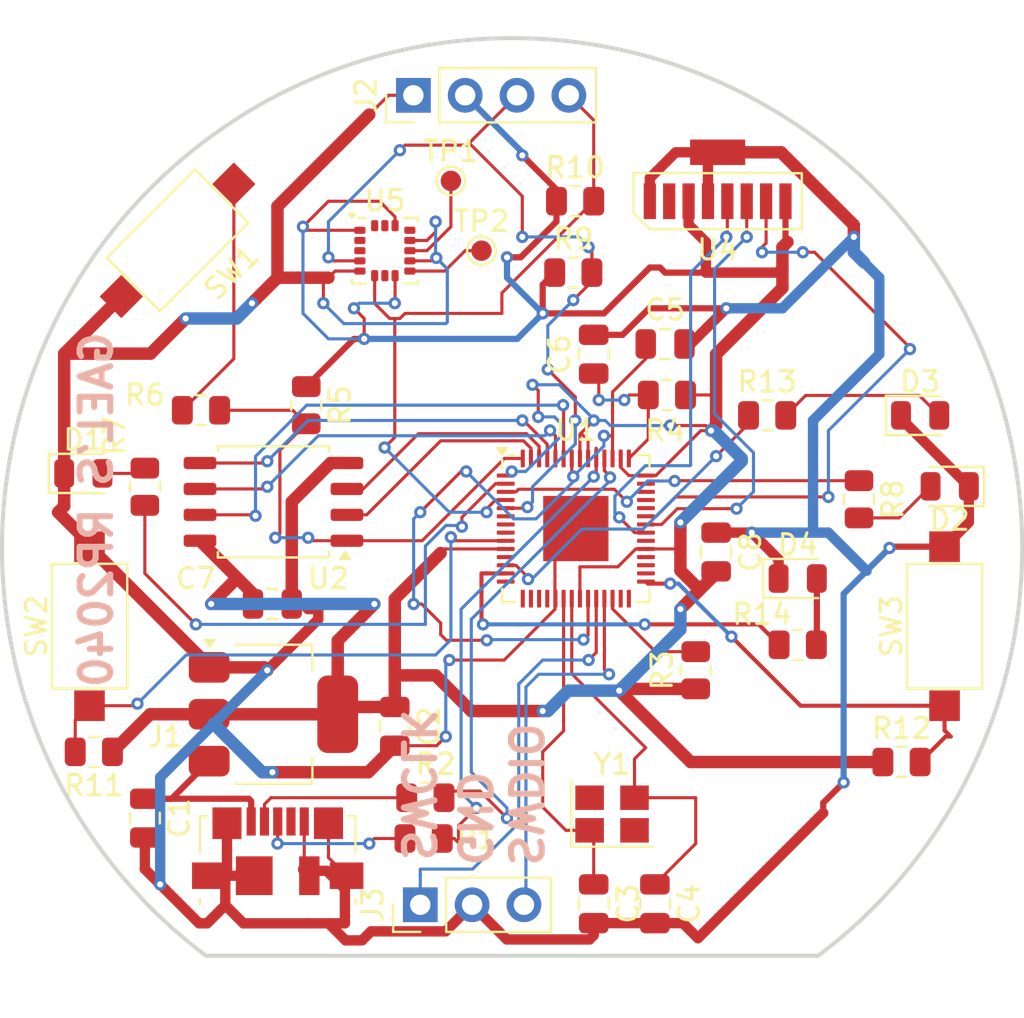
<source format=kicad_pcb>
(kicad_pcb (version 20240108) (generator "pcbnew") (generator_version "8.0")
  (layers (0 "F.Cu" signal) (31 "B.Cu" signal) (34 "B.Paste" user) (35 "F.Paste" user) (36 "B.SilkS" user "B.Silkscreen") (37 "F.SilkS" user "F.Silkscreen") (38 "B.Mask" user) (39 "F.Mask" user) (44 "Edge.Cuts" user))
  (net 0 "")
  (net 1 "GND")
  (net 2 "+5V")
  (net 4 "+3.3V")
  (net 6 "X0")
  (net 8 "X1")
  (net 11 "+1V1")
  (net 12 "Net-(U1-ADC_AVDD)")
  (net 14 "Net-(D1-A)")
  (net 15 "Net-(J1-D-)")
  (net 18 "Net-(J1-D+)")
  (net 20 "Net-(D3-A)")
  (net 21 "SWCLK")
  (net 22 "SWDIO")
  (net 26 "USB_DP")
  (net 30 "USB_DM")
  (net 31 "Net-(U1-RUN)")
  (net 32 "MCS")
  (net 35 "Net-(R6-Pad2)")
  (net 37 "Net-(D4-A)")
  (net 39 "LED0")
  (net 40 "I01")
  (net 41 "I00")
  (net 42 "IO3")
  (net 43 "IO2")
  (net 44 "MCLK")
  (net 48 "Net-(D2-A)")
  (net 49 "SCL")
  (net 50 "SDA")
  (net 51 "LED1")
  (net 52 "BUTTON1")
  (net 53 "BUTTON2")
  (net 54 "Net-(U5-INT1)")
  (net 55 "Net-(U5-INT2)")
  (net 56 "IRDA_TX")
  (net 57 "IRDA_RX")
  (net 58 "IRDA_SD")
  (net 65 "LED2")
  (net 66 "LED3")
  (footprint "Package_SO:SOIC-8_5.23x5.23mm_P1.27mm" (layer "F.Cu") (at 138.303 102.743 180)
    (property "Reference" "U3" (hide yes))
    (property "Value" "W25Q32JVSS")
  )
  (footprint "Resistor_SMD:R_0805_2012Metric" (layer "F.Cu") (at 159 111 90)
    (property "Reference" "R3")
    (property "Value" "10k")
  )
  (footprint "Resistor_SMD:R_0805_2012Metric" (layer "F.Cu") (at 162.5 98.5)
    (property "Reference" "R13")
    (property "Value" "1K")
  )
  (footprint "Connector_USB:USB_Micro-B_Molex_47346-0001" (layer "F.Cu") (at 138.5125 119.875)
    (property "Reference" "J1")
    (property "Value" "USB_B_Micro")
  )
  (footprint "HSDL3201:HSDL3201" (layer "F.Cu") (at 160.075 93.2)
    (property "Reference" "U4")
    (property "Value" "~")
  )
  (footprint "Resistor_SMD:R_0805_2012Metric" (layer "F.Cu") (at 164 109.75)
    (property "Reference" "R14")
    (property "Value" "1K")
  )
  (footprint "Capacitor_SMD:C_0805_2012Metric" (layer "F.Cu") (at 157 122.45 -90)
    (property "Reference" "C4")
    (property "Value" "15pF")
  )
  (footprint "Package_TO_SOT_SMD:SOT-223-3_TabPin2" (layer "F.Cu") (at 138.303 113.157)
    (property "Reference" "U2")
    (property "Value" "AMS1117-3.3")
  )
  (footprint "Capacitor_SMD:C_0805_2012Metric" (layer "F.Cu") (at 144.25 113.75 -90)
    (property "Reference" "C2")
    (property "Value" "100nF")
  )
  (footprint "Resistor_SMD:R_0805_2012Metric" (layer "F.Cu") (at 169.0875 115.5)
    (property "Reference" "R12")
    (property "Value" "4.7K")
  )
  (footprint "Resistor_SMD:R_0805_2012Metric" (layer "F.Cu") (at 145.6625 119.25)
    (property "Reference" "R1")
    (property "Value" "27")
  )
  (footprint "Button_Switch_SMD:SW_SPST_CK_RS282G05A3" (layer "F.Cu") (at 129.286 108.839 90)
    (property "Reference" "SW2")
    (property "Value" "SW_Push")
  )
  (footprint "Capacitor_SMD:C_0805_2012Metric" (layer "F.Cu") (at 132 118.25 -90)
    (property "Reference" "C1")
    (property "Value" "100nF")
  )
  (footprint "Resistor_SMD:R_0805_2012Metric" (layer "F.Cu") (at 134.75 98.25 180)
    (property "Reference" "R6")
    (property "Value" "1K")
  )
  (footprint "LED_SMD:LED_0805_2012Metric" (layer "F.Cu") (at 164 106.5)
    (property "Reference" "D4")
    (property "Value" "LED")
  )
  (footprint "Resistor_SMD:R_0805_2012Metric" (layer "F.Cu") (at 167.005 102.616 -90)
    (property "Reference" "R8")
    (property "Value" "1K")
  )
  (footprint "Crystal:Crystal_SMD_SeikoEpson_FA238-4Pin_3.2x2.5mm" (layer "F.Cu") (at 154.9 118.05)
    (property "Reference" "Y1")
    (property "Value" "12MHz")
  )
  (footprint "Capacitor_SMD:C_0805_2012Metric" (layer "F.Cu") (at 154 95.5 90)
    (property "Reference" "C6")
    (property "Value" "10uF")
  )
  (footprint "Button_Switch_SMD:SW_SPST_CK_RS282G05A3" (layer "F.Cu") (at 133.604 89.916 45)
    (property "Reference" "SW1")
    (property "Value" "SW_Push")
  )
  (footprint "LED_SMD:LED_0805_2012Metric" (layer "F.Cu") (at 128.9835 101.346)
    (property "Reference" "D1")
    (property "Value" "LED")
  )
  (footprint "Package_LGA:LGA-16_3x3mm_P0.5mm_LayoutBorder3x5y" (layer "F.Cu") (at 143.764 90.424)
    (property "Reference" "U5")
    (property "Value" "LIS3DH")
  )
  (footprint "Connector_PinHeader_2.54mm:PinHeader_1x04_P2.54mm_Vertical" (layer "F.Cu") (at 145.161 82.804 90)
    (property "Reference" "J2")
    (property "Value" "Conn_01x04")
  )
  (footprint "Resistor_SMD:R_0805_2012Metric" (layer "F.Cu") (at 129.5 115 180)
    (property "Reference" "R11")
    (property "Value" "4.7K")
  )
  (footprint "TestPoint:TestPoint_Pad_D1.0mm" (layer "F.Cu") (at 147 87)
    (property "Reference" "TP1")
    (property "Value" "TestPoint")
  )
  (footprint "LED_SMD:LED_0805_2012Metric" (layer "F.Cu") (at 170 98.5)
    (property "Reference" "D3")
    (property "Value" "LED")
  )
  (footprint "Button_Switch_SMD:SW_SPST_CK_RS282G05A3" (layer "F.Cu") (at 171.196 108.839 90)
    (property "Reference" "SW3")
    (property "Value" "SW_Push")
  )
  (footprint "Capacitor_SMD:C_0805_2012Metric" (layer "F.Cu") (at 157.5 95)
    (property "Reference" "C5")
    (property "Value" "10uF")
  )
  (footprint "TestPoint:TestPoint_Pad_D1.0mm" (layer "F.Cu") (at 148.5 90.424)
    (property "Reference" "TP2")
    (property "Value" "TestPoint")
  )
  (footprint "Connector_PinHeader_2.54mm:PinHeader_1x03_P2.54mm_Vertical" (layer "F.Cu") (at 145.5 122.5 90)
    (property "Reference" "J3")
    (property "Value" "Conn_01x03")
  )
  (footprint "Resistor_SMD:R_0805_2012Metric" (layer "F.Cu") (at 145.75 117.25)
    (property "Reference" "R2")
    (property "Value" "27")
  )
  (footprint "Resistor_SMD:R_0805_2012Metric" (layer "F.Cu") (at 157.5875 97.5)
    (property "Reference" "R4")
    (property "Value" "100")
  )
  (footprint "LED_SMD:LED_0805_2012Metric" (layer "F.Cu") (at 171.45 101.981 180)
    (property "Reference" "D2")
    (property "Value" "LED")
  )
  (footprint "Capacitor_SMD:C_0805_2012Metric" (layer "F.Cu") (at 160 105.2 -90)
    (property "Reference" "C8")
    (property "Value" "10uF")
  )
  (footprint "Capacitor_SMD:C_0805_2012Metric" (layer "F.Cu") (at 154 122.45 -90)
    (property "Reference" "C3")
    (property "Value" "15pF")
  )
  (footprint "Package_DFN_QFN:QFN-56-1EP_7x7mm_P0.4mm_EP3.2x3.2mm" (layer "F.Cu") (at 153.124 104.051)
    (property "Reference" "U1")
    (property "Value" "RP2040")
  )
  (footprint "Resistor_SMD:R_0805_2012Metric" (layer "F.Cu") (at 153 91.5)
    (property "Reference" "R9")
    (property "Value" "4.7K")
  )
  (footprint "Resistor_SMD:R_0805_2012Metric" (layer "F.Cu") (at 132 102 90)
    (property "Reference" "R7")
    (property "Value" "1K")
  )
  (footprint "Resistor_SMD:R_0805_2012Metric" (layer "F.Cu") (at 139.9125 98 -90)
    (property "Reference" "R5")
    (property "Value" "10K")
  )
  (footprint "Capacitor_SMD:C_0805_2012Metric" (layer "F.Cu") (at 138.25 107.75)
    (property "Reference" "C7")
    (property "Value" "100nF")
  )
  (footprint "Resistor_SMD:R_0805_2012Metric" (layer "F.Cu") (at 153.0875 88)
    (property "Reference" "R10")
    (property "Value" "4.7K")
  )
  (gr_line (start 165 125) (end 135 125) (stroke (width 0.2)) (layer "Edge.Cuts"))
  (gr_arc (start 135 125) (mid 150 80) (end 165 125) (stroke (width 0.2)) (layer "Edge.Cuts"))
  (gr_text "GND" (at 147.25 120.75 -90) (layer "B.SilkS") (effects (font (size 1.5 1.5) (thickness 0.3) (bold yes)) (justify left bottom mirror)))
  (gr_text "SWDIO" (at 149.75 120.75 -90) (layer "B.SilkS") (effects (font (size 1.5 1.5) (thickness 0.3) (bold yes)) (justify left bottom mirror)))
  (gr_text "SWCLK" (at 144.5 120.5 -90) (layer "B.SilkS") (effects (font (size 1.5 1.5) (thickness 0.3) (bold yes)) (justify left bottom mirror)))
  (gr_text "GAEL'S RP2040" (at 130.5 94.25 90) (layer "B.SilkS") (effects (font (size 1.5 1.5) (thickness 0.3) (bold yes)) (justify left bottom mirror)))
  (segment (start 138 111) (end 140.5 108.5) (width 0.508) (layer "F.Cu") (net 1))
  (segment (start 139.815 120.834) (end 139.759 120.778) (width 0.508) (layer "F.Cu") (net 1))
  (segment (start 145.161 82.804) (end 143.946 82.804) (width 0.1524) (layer "F.Cu") (net 1))
  (segment (start 139.98 123.409) (end 141 123.409) (width 0.508) (layer "F.Cu") (net 1))
  (segment (start 146.75 114.25) (end 146.3 114.7) (width 0.1524) (layer "F.Cu") (net 1))
  (segment (start 144.989 90.924) (end 146.140871 90.924) (width 0.1524) (layer "F.Cu") (net 1))
  (segment (start 128.046 95.474) (end 130.846284 92.673716) (width 0.6096) (layer "F.Cu") (net 1))
  (segment (start 159.11 124.14) (end 158.37 123.4) (width 0.508) (layer "F.Cu") (net 1))
  (segment (start 160 104.25) (end 161.75 104.25) (width 0.508) (layer "F.Cu") (net 1))
  (segment (start 154 123.4) (end 157 123.4) (width 0.508) (layer "F.Cu") (net 1))
  (segment (start 128.046 101.346) (end 128.046 95.474) (width 0.6096) (layer "F.Cu") (net 1))
  (segment (start 139.75 107.75) (end 139.2 107.75) (width 0.508) (layer "F.Cu") (net 1))
  (segment (start 148.04 122.5) (end 149.741 124.201) (width 0.508) (layer "F.Cu") (net 1))
  (segment (start 137.28 123.409) (end 136.83 123.409) (width 0.508) (layer "F.Cu") (net 1))
  (segment (start 139.2 102.741001) (end 139.2 107.75) (width 0.6096) (layer "F.Cu") (net 1))
  (segment (start 166.75 89.1654) (end 166.75 89.75) (width 0.6096) (layer "F.Cu") (net 1))
  (segment (start 166.25 116.5) (end 165.25 117.5) (width 0.3048) (layer "F.Cu") (net 1))
  (segment (start 135.153 110.857) (end 135.153 110.806) (width 0.6096) (layer "F.Cu") (net 1))
  (segment (start 129.286 104.939) (end 129.286 104.786) (width 0.6096) (layer "F.Cu") (net 1))
  (segment (start 139.759 120.778) (end 139.759 120.749) (width 0.508) (layer "F.Cu") (net 1))
  (segment (start 142.539 91.424) (end 141.326 91.424) (width 0.1524) (layer "F.Cu") (net 1))
  (segment (start 154 123.996) (end 154 123.4) (width 0.508) (layer "F.Cu") (net 1))
  (segment (start 141 118.5) (end 141 120.1875) (width 0.1524) (layer "F.Cu") (net 1))
  (segment (start 146.25 89.5) (end 145.826 89.924) (width 0.1524) (layer "F.Cu") (net 1))
  (segment (start 127.75 103.25) (end 128.046 102.954) (width 0.6096) (layer "F.Cu") (net 1))
  (segment (start 132 119.2) (end 132 120.75) (width 0.508) (layer "F.Cu") (net 1))
  (segment (start 144.25 114.7) (end 142.95 116) (width 0.6096) (layer "F.Cu") (net 1))
  (segment (start 132.276 95.474) (end 134 93.75) (width 0.6096) (layer "F.Cu") (net 1))
  (segment (start 145.826 89.924) (end 144.989 89.924) (width 0.1524) (layer "F.Cu") (net 1))
  (segment (start 146.3 114.7) (end 144.25 114.7) (width 0.1524) (layer "F.Cu") (net 1))
  (segment (start 160.075 85.6) (end 163.1846 85.6) (width 0.6096) (layer "F.Cu") (net 1))
  (segment (start 156.71615 93.25) (end 160.5 93.25) (width 0.3048) (layer "F.Cu") (net 1))
  (segment (start 146.140871 90.924) (end 146.286225 90.778646) (width 0.1524) (layer "F.Cu") (net 1))
  (segment (start 146.25 89) (end 146.25 89.5) (width 0.1524) (layer "F.Cu") (net 1))
  (segment (start 149.612704 110.5) (end 146.9238 110.5) (width 0.1524) (layer "F.Cu") (net 1))
  (segment (start 139.8125 120.825) (end 140.0625 121.075) (width 0.1524) (layer "F.Cu") (net 1))
  (segment (start 171.196 104.939) (end 168.561 104.939) (width 0.3048) (layer "F.Cu") (net 1))
  (segment (start 138.5 88.25) (end 143 83.75) (width 0.6096) (layer "F.Cu") (net 1))
  (segment (start 141.103001 100.838) (end 139.2 102.741001) (width 0.6096) (layer "F.Cu") (net 1))
  (segment (start 138.5 91.75) (end 141 91.75) (width 0.6096) (layer "F.Cu") (net 1))
  (segment (start 146.736 123.804) (end 143.084 123.804) (width 0.508) (layer "F.Cu") (net 1))
  (segment (start 128.046 102.954) (end 128.046 101.346) (width 0.6096) (layer "F.Cu") (net 1))
  (segment (start 169.0625 98.655999) (end 172.387501 101.981) (width 0.508) (layer "F.Cu") (net 1))
  (segment (start 141.805 121.7215) (end 140.9175 120.834) (width 0.508) (layer "F.Cu") (net 1))
  (segment (start 141.903 100.838) (end 141.103001 100.838) (width 0.6096) (layer "F.Cu") (net 1))
  (segment (start 136.83 123.409) (end 135.9425 122.5215) (width 0.508) (layer "F.Cu") (net 1))
  (segment (start 156.75 86.867) (end 158.017 85.6) (width 0.508) (layer "F.Cu") (net 1))
  (segment (start 152.1002 108.012504) (end 149.612704 110.5) (width 0.1524) (layer "F.Cu") (net 1))
  (segment (start 137.28 123.409) (end 139.98 123.409) (width 0.508) (layer "F.Cu") (net 1))
  (segment (start 172.387501 101.981) (end 172.387501 103.747499) (width 0.508) (layer "F.Cu") (net 1))
  (segment (start 153.124 104.051) (end 152.1002 105.0748) (width 0.1524) (layer "F.Cu") (net 1))
  (segment (start 163.0625 105.5625) (end 161.75 104.25) (width 0.508) (layer "F.Cu") (net 1))
  (segment (start 135.9425 122.5215) (end 135.055 123.409) (width 0.508) (layer "F.Cu") (net 1))
  (segment (start 159.6 86.075) (end 160.075 85.6) (width 0.508) (layer "F.Cu") (net 1))
  (segment (start 172.387501 103.747499) (end 171.196 104.939) (width 0.508) (layer "F.Cu") (net 1))
  (segment (start 163.1846 85.6) (end 166.75 89.1654) (width 0.6096) (layer "F.Cu") (net 1))
  (segment (start 159.6 88) (end 159.6 86.075) (width 0.508) (layer "F.Cu") (net 1))
  (segment (start 163.0625 106.5) (end 163.0625 105.5625) (width 0.508) (layer "F.Cu") (net 1))
  (segment (start 139.8125 118.415) (end 139.8125 120.825) (width 0.1524) (layer "F.Cu") (net 1))
  (segment (start 128.046 95.474) (end 132.276 95.474) (width 0.6096) (layer "F.Cu") (net 1))
  (segment (start 140.5 108) (end 140 108) (width 0.508) (layer "F.Cu") (net 1))
  (segment (start 138.5 91.75) (end 138.5 88.25) (width 0.6096) (layer "F.Cu") (net 1))
  (segment (start 135.9425 120.834) (end 135.9425 122.5215) (width 0.508) (layer "F.Cu") (net 1))
  (segment (start 140.75 92) (end 141 91.75) (width 0.1524) (layer "F.Cu") (net 1))
  (segment (start 156.75 88) (end 156.75 86.867) (width 0.508) (layer "F.Cu") (net 1))
  (segment (start 158.45 95) (end 158.75 95) (width 0.508) (layer "F.Cu") (net 1))
  (segment (start 135.055 123.409) (end 134.659 123.409) (width 0.508) (layer "F.Cu") (net 1))
  (segment (start 134.659 123.409) (end 132.75 121.5) (width 0.508) (layer "F.Cu") (net 1))
  (segment (start 129.286 104.786) (end 127.75 103.25) (width 0.6096) (layer "F.Cu") (net 1))
  (segment (start 148.04 122.5) (end 146.736 123.804) (width 0.508) (layer "F.Cu") (net 1))
  (segment (start 137.25 93) (end 138.5 91.75) (width 0.6096) (layer "F.Cu") (net 1))
  (segment (start 141 120.1875) (end 141.8875 121.075) (width 0.1524) (layer "F.Cu") (net 1))
  (segment (start 140 108) (end 139.75 107.75) (width 0.508) (layer "F.Cu") (net 1))
  (segment (start 140.9175 120.834) (end 139.815 120.834) (width 0.508) (layer "F.Cu") (net 1))
  (segment (start 135.1375 121.075) (end 137.3625 121.075) (width 0.508) (layer "F.Cu") (net 1))
  (segment (start 141.805 123.409) (end 141.805 121.7215) (width 0.508) (layer "F.Cu") (net 1))
  (segment (start 159.11 124.14) (end 165.25 118) (width 0.508) (layer "F.Cu") (net 1))
  (segment (start 149.741 124.201) (end 153.795 124.201) (width 0.508) (layer "F.Cu") (net 1))
  (segment (start 155.41615 94.55) (end 156.71615 93.25) (width 0.3048) (layer "F.Cu") (net 1))
  (segment (start 143.084 123.804) (end 142.642 124.246) (width 0.508) (layer "F.Cu") (net 1))
  (segment (start 136.025 120.7515) (end 136.025 118.5) (width 0.508) (layer "F.Cu") (net 1))
  (segment (start 141.326 91.424) (end 141 91.75) (width 0.1524) (layer "F.Cu") (net 1))
  (segment (start 153.795 124.201) (end 154 123.996) (width 0.508) (layer "F.Cu") (net 1))
  (segment (start 140.75 93) (end 140.75 92) (width 0.1524) (layer "F.Cu") (net 1))
  (segment (start 169.0625 98.5) (end 169.0625 98.655999) (width 0.508) (layer "F.Cu") (net 1))
  (segment (start 135.153 110.806) (end 129.286 104.939) (width 0.6096) (layer "F.Cu") (net 1))
  (segment (start 135.153 110.857) (end 137.857 110.857) (width 0.6096) (layer "F.Cu") (net 1))
  (segment (start 141.837 124.246) (end 141 123.409) (width 0.508) (layer "F.Cu") (net 1))
  (segment (start 168.561 104.939) (end 168.5 105) (width 0.3048) (layer "F.Cu") (net 1))
  (segment (start 158.37 123.4) (end 157 123.4) (width 0.508) (layer "F.Cu") (net 1))
  (segment (start 158.75 95) (end 160.5 93.25) (width 0.508) (layer "F.Cu") (net 1))
  (segment (start 137.857 110.857) (end 138 111) (width 0.6096) (layer "F.Cu") (net 1))
  (segment (start 132 120.75) (end 132.75 121.5) (width 0.508) (layer "F.Cu") (net 1))
  (segment (start 142.642 124.246) (end 141.837 124.246) (width 0.508) (layer "F.Cu") (net 1))
  (segment (start 140.5 108.5) (end 140.5 108) (width 0.508) (layer "F.Cu") (net 1))
  (segment (start 142.95 116) (end 138.25 116) (width 0.6096) (layer "F.Cu") (net 1))
  (segment (start 135.9425 120.834) (end 136.025 120.7515) (width 0.508) (layer "F.Cu") (net 1))
  (segment (start 141 123.409) (end 141.805 123.409) (width 0.508) (layer "F.Cu") (net 1))
  (segment (start 143.946 82.804) (end 143 83.75) (width 0.1524) (layer "F.Cu") (net 1))
  (segment (start 152.1002 105.0748) (end 152.1002 108.012504) (width 0.1524) (layer "F.Cu") (net 1))
  (segment (start 158.017 85.6) (end 160.075 85.6) (width 0.508) (layer "F.Cu") (net 1))
  (segment (start 154 94.55) (end 155.41615 94.55) (width 0.3048) (layer "F.Cu") (net 1))
  (segment (start 165.25 117.5) (end 165.25 118) (width 0.3048) (layer "F.Cu") (net 1))
  (via (at 140.75 93) (size 0.6) (drill 0.3) (layers "F.Cu" "B.Cu") (net 1))
  (via (at 146.286225 90.778646) (size 0.6) (drill 0.3) (layers "F.Cu" "B.Cu") (net 1))
  (via (at 132.75 121.5) (size 0.6) (drill 0.3) (layers "F.Cu" "B.Cu") (net 1))
  (via (at 137.25 93) (size 0.6) (drill 0.3) (layers "F.Cu" "B.Cu") (net 1))
  (via (at 146.9238 110.5) (size 0.6) (drill 0.3) (layers "F.Cu" "B.Cu") (net 1))
  (via (at 161.75 104.25) (size 0.6) (drill 0.3) (layers "F.Cu" "B.Cu") (net 1))
  (via (at 168.5 105) (size 0.6) (drill 0.3) (layers "F.Cu" "B.Cu") (net 1))
  (via (at 146.75 114.25) (size 0.6) (drill 0.3) (layers "F.Cu" "B.Cu") (net 1))
  (via (at 166.25 116.5) (size 0.6) (drill 0.3) (layers "F.Cu" "B.Cu") (net 1))
  (via (at 160.5 93.25) (size 0.6) (drill 0.3) (layers "F.Cu" "B.Cu") (net 1))
  (via (at 166.75 89.75) (size 0.6) (drill 0.3) (layers "F.Cu" "B.Cu") (net 1))
  (via (at 134 93.75) (size 0.6) (drill 0.3) (layers "F.Cu" "B.Cu") (net 1))
  (via (at 146.25 89) (size 0.6) (drill 0.3) (layers "F.Cu" "B.Cu") (net 1))
  (via (at 138.25 116) (size 0.6) (drill 0.3) (layers "F.Cu" "B.Cu") (net 1))
  (via (at 138 111) (size 0.6) (drill 0.3) (layers "F.Cu" "B.Cu") (net 1))
  (segment (start 146.286225 90.778646) (end 146.8262 91.318621) (width 0.1524) (layer "B.Cu") (net 1))
  (segment (start 161.75 104.25) (end 164.75 104.25) (width 0.508) (layer "B.Cu") (net 1))
  (segment (start 138.25 116) (end 137.75 116) (width 0.6096) (layer "B.Cu") (net 1))
  (segment (start 146.8262 91.318621) (end 146.8262 93.9238) (width 0.1524) (layer "B.Cu") (net 1))
  (segment (start 163.25 93.25) (end 166.75 89.75) (width 0.508) (layer "B.Cu") (net 1))
  (segment (start 160.5 93.25) (end 163.25 93.25) (width 0.508) (layer "B.Cu") (net 1))
  (segment (start 132.75 116.25) (end 135.375 113.625) (width 0.508) (layer "B.Cu") (net 1))
  (segment (start 146.9238 110.5) (end 146.75 110.6738) (width 0.1524) (layer "B.Cu") (net 1))
  (segment (start 164.75 98.75) (end 168 95.5) (width 0.508) (layer "B.Cu") (net 1))
  (segment (start 132.75 121.5) (end 132.75 116.25) (width 0.508) (layer "B.Cu") (net 1))
  (segment (start 134 93.75) (end 136.5 93.75) (width 0.6096) (layer "B.Cu") (net 1))
  (segment (start 146.8262 93.9238) (end 146.75 94) (width 0.1524) (layer "B.Cu") (net 1))
  (segment (start 168 95.5) (end 168 91.75) (width 0.508) (layer "B.Cu") (net 1))
  (segment (start 146.25 90.742421) (end 146.286225 90.778646) (width 0.1524) (layer "B.Cu") (net 1))
  (segment (start 167.375 106.125) (end 166.25 107.25) (width 0.3048) (layer "B.Cu") (net 1))
  (segment (start 165.5 104.25) (end 167.375 106.125) (width 0.508) (layer "B.Cu") (net 1))
  (segment (start 146.25 89) (end 146.25 90.742421) (width 0.1524) (layer "B.Cu") (net 1))
  (segment (start 166.25 107.25) (end 166.25 116.5) (width 0.3048) (layer "B.Cu") (net 1))
  (segment (start 136.5 93.75) (end 137.25 93) (width 0.6096) (layer "B.Cu") (net 1))
  (segment (start 166.75 90.5) (end 167.25 91) (width 0.6096) (layer "B.Cu") (net 1))
  (segment (start 146.75 110.6738) (end 146.75 114.25) (width 0.1524) (layer "B.Cu") (net 1))
  (segment (start 166.75 89.75) (end 166.75 90.5) (width 0.6096) (layer "B.Cu") (net 1))
  (segment (start 137.75 116) (end 135.375 113.625) (width 0.6096) (layer "B.Cu") (net 1))
  (segment (start 141.75 94) (end 140.75 93) (width 0.1524) (layer "B.Cu") (net 1))
  (segment (start 164.75 104.25) (end 164.75 98.75) (width 0.508) (layer "B.Cu") (net 1))
  (segment (start 164.75 104.25) (end 165.5 104.25) (width 0.508) (layer "B.Cu") (net 1))
  (segment (start 146.75 94) (end 141.75 94) (width 0.1524) (layer "B.Cu") (net 1))
  (segment (start 135.375 113.625) (end 138 111) (width 0.508) (layer "B.Cu") (net 1))
  (segment (start 168 91.75) (end 167.25 91) (width 0.508) (layer "B.Cu") (net 1))
  (segment (start 168.5 105) (end 167.375 106.125) (width 0.3048) (layer "B.Cu") (net 1))
  (segment (start 132 117.3) (end 137.0923 117.3) (width 0.3048) (layer "F.Cu") (net 2))
  (segment (start 133.31 117.3) (end 135.153 115.457) (width 0.3048) (layer "F.Cu") (net 2))
  (segment (start 132 117.3) (end 133.31 117.3) (width 0.3048) (layer "F.Cu") (net 2))
  (segment (start 137.2125 117.4202) (end 137.2125 118.415) (width 0.3048) (layer "F.Cu") (net 2))
  (segment (start 137.0923 117.3) (end 137.2125 117.4202) (width 0.3048) (layer "F.Cu") (net 2))
  (segment (start 163 91.5) (end 163.25 91.25) (width 0.508) (layer "F.Cu") (net 4))
  (segment (start 163.25 92.25) (end 163.25 91.25) (width 0.6096) (layer "F.Cu") (net 4))
  (segment (start 144.264 91.649) (end 144.264 92.986) (width 0.1524) (layer "F.Cu") (net 4))
  (segment (start 159.125 106.98684) (end 158.25 106.11184) (width 0.6096) (layer "F.Cu") (net 4))
  (segment (start 149.6865 101.451) (end 149.783197 101.451) (width 0.1524) (layer "F.Cu") (net 4))
  (segment (start 136.6525 106.5975) (end 134.703 104.648) (width 0.6096) (layer "F.Cu") (net 4))
  (segment (start 157.25 91.25) (end 157.5 91.5) (width 0.3048) (layer "F.Cu") (net 4))
  (segment (start 163.25 90.25) (end 163.5 90) (width 0.6096) (layer "F.Cu") (net 4))
  (segment (start 137.3 107.75) (end 137.3 107.245) (width 0.6096) (layer "F.Cu") (net 4))
  (segment (start 156.5615 101.451) (end 157.049 101.451) (width 0.1524) (layer "F.Cu") (net 4))
  (segment (start 152.175 87.425) (end 150.5 85.75) (width 0.3048) (layer "F.Cu") (net 4))
  (segment (start 141.453 113.157) (end 135.153 113.157) (width 0.6096) (layer "F.Cu") (net 4))
  (segment (start 158.65 88) (end 158.65 89.15) (width 0.508) (layer "F.Cu") (net 4))
  (segment (start 153.324 100.6135) (end 153.324 99.426) (width 0.1524) (layer "F.Cu") (net 4))
  (segment (start 151.280893 97.280893) (end 151 97) (width 0.1524) (layer "F.Cu") (net 4))
  (segment (start 159.5 91.5) (end 163 91.5) (width 0.508) (layer "F.Cu") (net 4))
  (segment (start 155.3375 111.9125) (end 155.25 112) (width 0.6096) (layer "F.Cu") (net 4))
  (segment (start 142.25 93.25) (end 142.75 93.75) (width 0.1524) (layer "F.Cu") (net 4))
  (segment (start 139.9125 97.0875) (end 142.25 94.75) (width 0.3048) (layer "F.Cu") (net 4))
  (segment (start 158.65 89.15) (end 159.5 90) (width 0.508) (layer "F.Cu") (net 4))
  (segment (start 141.453 109.547) (end 143.25 107.75) (width 0.6096) (layer "F.Cu") (net 4))
  (segment (start 152.175 88) (end 152.175 87.425) (width 0.3048) (layer "F.Cu") (net 4))
  (segment (start 146.25 111.25) (end 144.25 111.25) (width 0.6096) (layer "F.Cu") (net 4))
  (segment (start 144.25 111.25) (end 144.25 107.5) (width 0.6096) (layer "F.Cu") (net 4))
  (segment (start 146.699 105.051) (end 146.5 105.25) (width 0.1524) (layer "F.Cu") (net 4))
  (segment (start 160 97.5) (end 160 95.5) (width 0.6096) (layer "F.Cu") (net 4))
  (segment (start 158.75 115.5) (end 155.25 112) (width 0.6096) (layer "F.Cu") (net 4))
  (segment (start 157.75 99) (end 159.5 99) (width 0.1524) (layer "F.Cu") (net 4))
  (segment (start 155.324 101.051) (end 155.724 101.451) (width 0.14732) (layer "F.Cu") (net 4))
  (segment (start 141 88) (end 139.75 89.25) (width 0.1524) (layer "F.Cu") (net 4))
  (segment (start 144.25 107.5) (end 144.75 107) (width 0.6096) (layer "F.Cu") (net 4))
  (segment (start 142.75 93.75) (end 142.75 94.75) (width 0.1524) (layer "F.Cu") (net 4))
  (segment (start 152.175 88.997633) (end 152.175 88) (width 0.3048) (layer "F.Cu") (net 4))
  (segment (start 155.324 100.6135) (end 155.324 101.051) (width 0.14732) (layer "F.Cu") (net 4))
  (segment (start 151.280893 98.5762) (end 151.280893 97.280893) (width 0.1524) (layer "F.Cu") (net 4))
  (segment (start 155.724 101.451) (end 156.5615 101.451) (width 0.14732) (layer "F.Cu") (net 4))
  (segment (start 137.3 107.245) (end 136.6525 106.5975) (width 0.6096) (layer "F.Cu") (net 4))
  (segment (start 159.75 99.25) (end 160 99) (width 0.6096) (layer "F.Cu") (net 4))
  (segment (start 159.125 107.125) (end 158.25 108) (width 0.6096) (layer "F.Cu") (net 4))
  (segment (start 158.5 97.5) (end 160 97.5) (width 0.1524) (layer "F.Cu") (net 4))
  (segment (start 141.453 113.157) (end 141.453 109.547) (width 0.6096) (layer "F.Cu") (net 4))
  (segment (start 148 113) (end 146.25 111.25) (width 0.6096) (layer "F.Cu") (net 4))
  (segment (start 149.783197 101.451) (end 149.983197 101.251) (width 0.1524) (layer "F.Cu") (net 4))
  (segment (start 142.539 89.424) (end 139.924 89.424) (width 0.1524) (layer "F.Cu") (net 4))
  (segment (start 154.5 93.5) (end 156.75 91.25) (width 0.3048) (layer "F.Cu") (net 4))
  (segment (start 153.724 100.6135) (end 153.724 99.724) (width 0.14732) (layer "F.Cu") (net 4))
  (segment (start 163.25 91.25) (end 163.25 90.25) (width 0.6096) (layer "F.Cu") (net 4))
  (segment (start 153.324 107.4885) (end 153.324 105.9272) (width 0.1524) (layer "F.Cu") (net 4))
  (segment (start 142.25 94.75) (end 142.75 94.75) (width 0.3048) (layer "F.Cu") (net 4))
  (segment (start 153.324 105.9272) (end 155.185096 105.9272) (width 0.1524) (layer "F.Cu") (net 4))
  (segment (start 135.153 113.157) (end 132.2555 113.157) (width 0.6096) (layer "F.Cu") (net 4))
  (segment (start 159 111.9125) (end 155.3375 111.9125) (width 0.6096) (layer "F.Cu") (net 4))
  (segment (start 168.175 115.5) (end 158.75 115.5) (width 0.6096) (layer "F.Cu") (net 4))
  (segment (start 144.264 89.199) (end 144.264 88.764) (width 0.1524) (layer "F.Cu") (net 4))
  (segment (start 159.125 107.125) (end 159.125 106.98684) (width 0.6096) (layer "F.Cu") (net 4))
  (segment (start 156.061296 105.051) (end 156.5615 105.051) (width 0.1524) (layer "F.Cu") (net 4))
  (segment (start 151.5 93.5) (end 154.5 93.5) (width 0.3048) (layer "F.Cu") (net 4))
  (segment (start 132.2555 113.157) (end 130.4125 115) (width 0.6096) (layer "F.Cu") (net 4))
  (segment (start 151.5 113) (end 148 113) (width 0.6096) (layer "F.Cu") (net 4))
  (segment (start 158.051 105.051) (end 158.25 105.25) (width 0.1524) (layer "F.Cu") (net 4))
  (segment (start 144.75 107) (end 146.5 105.25) (width 0.6096) (layer "F.Cu") (net 4))
  (segment (start 151.5 93.5) (end 151.5 92.0875) (width 0.3048) (layer "F.Cu") (net 4))
  (segment (start 153.724 99.724) (end 153.375 99.375) (width 0.14732) (layer "F.Cu") (net 4))
  (segment (start 135.25 107.75) (end 136.4025 106.5975) (width 0.6096) (layer "F.Cu") (net 4))
  (segment (start 158.25 105.25) (end 158.25 103.75) (width 0.6096) (layer "F.Cu") (net 4))
  (segment (start 136.4025 106.5975) (end 136.6525 106.5975) (width 0.6096) (layer "F.Cu") (net 4))
  (segment (start 150.422633 90.75) (end 152.175 88.997633) (width 0.3048) (layer "F.Cu") (net 4))
  (segment (start 160 99) (end 160 97.5) (width 0.6096) (layer "F.Cu") (net 4))
  (segment (start 158.25 106.11184) (end 158.25 105.25) (width 0.6096) (layer "F.Cu") (net 4))
  (segment (start 159.5 90) (end 159.5 91.5) (width 0.508) (layer "F.Cu") (net 4))
  (segment (start 144.264 88.764) (end 143.5 88) (width 0.1524) (layer "F.Cu") (net 4))
  (segment (start 157.5 91.5) (end 159.5 91.5) (width 0.3048) (layer "F.Cu") (net 4))
  (segment (start 144.264 92.986) (end 144.25 93) (width 0.1524) (layer "F.Cu") (net 4))
  (segment (start 160 106.25) (end 159.125 107.125) (width 0.6096) (layer "F.Cu") (net 4))
  (segment (start 163.4 89.9) (end 163.5 90) (width 0.3048) (layer "F.Cu") (net 4))
  (segment (start 149.75 90.75) (end 150.422633 90.75) (width 0.3048) (layer "F.Cu") (net 4))
  (segment (start 141.81 112.8) (end 141.453 113.157) (width 0.6096) (layer "F.Cu") (net 4))
  (segment (start 159.25 99.25) (end 159.75 99.25) (width 0.1524) (layer "F.Cu") (net 4))
  (segment (start 144.25 112.8) (end 141.81 112.8) (width 0.6096) (layer "F.Cu") (net 4))
  (segment (start 144.25 112.8) (end 144.25 111.25) (width 0.6096) (layer "F.Cu") (net 4))
  (segment (start 149.6865 105.051) (end 146.699 105.051) (width 0.1524) (layer "F.Cu") (net 4))
  (segment (start 160 106.15) (end 160 106.25) (width 0.6096) (layer "F.Cu") (net 4))
  (segment (start 156.5615 105.051) (end 158.051 105.051) (width 0.1524) (layer "F.Cu") (net 4))
  (segment (start 157.049 101.451) (end 159.25 99.25) (width 0.1524) (layer "F.Cu") (net 4))
  (segment (start 156.75 91.25) (end 157.25 91.25) (width 0.3048) (layer "F.Cu") (net 4))
  (segment (start 143.5 88) (end 141 88) (width 0.1524) (layer "F.Cu") (net 4))
  (segment (start 139.924 89.424) (end 139.75 89.25) (width 0.1524) (layer "F.Cu") (net 4))
  (segment (start 153.375 99.375) (end 154 98.75) (width 0.1524) (layer "F.Cu") (net 4))
  (segment (start 160 95.5) (end 163.25 92.25) (width 0.6096) (layer "F.Cu") (net 4))
  (segment (start 163.4 88) (end 163.4 89.9) (width 0.3048) (layer "F.Cu") (net 4))
  (segment (start 151.5 92.0875) (end 152.0875 91.5) (width 0.3048) (layer "F.Cu") (net 4))
  (segment (start 159.5 99) (end 159.75 99.25) (width 0.1524) (layer "F.Cu") (net 4))
  (segment (start 153.324 99.426) (end 153.375 99.375) (width 0.1524) (layer "F.Cu") (net 4))
  (segment (start 155.185096 105.9272) (end 156.061296 105.051) (width 0.1524) (layer "F.Cu") (net 4))
  (via (at 135.25 107.75) (size 0.6) (drill 0.3) (layers "F.Cu" "B.Cu") (net 4))
  (via (at 155.25 112) (size 0.6) (drill 0.3) (layers "F.Cu" "B.Cu") (net 4))
  (via (at 151.5 113) (size 0.6) (drill 0.3) (layers "F.Cu" "B.Cu") (net 4))
  (via (at 151.280893 98.5762) (size 0.6) (drill 0.3) (layers "F.Cu" "B.Cu") (net 4))
  (via (at 142.25 93.25) (size 0.6) (drill 0.3) (layers "F.Cu" "B.Cu") (net 4))
  (via (at 144.25 93) (size 0.6) (drill 0.3) (layers "F.Cu" "B.Cu") (net 4))
  (via (at 139.75 89.25) (size 0.6) (drill 0.3) (layers "F.Cu" "B.Cu") (net 4))
  (via (at 149.75 90.75) (size 0.6) (drill 0.3) (layers "F.Cu" "B.Cu") (net 4))
  (via (at 154 98.75) (size 0.6) (drill 0.3) (layers "F.Cu" "B.Cu") (net 4))
  (via (at 158.25 103.75) (size 0.6) (drill 0.3) (layers "F.Cu" "B.Cu") (net 4))
  (via (at 157.75 99) (size 0.6) (drill 0.3) (layers "F.Cu" "B.Cu") (net 4))
  (via (at 159.75 99.25) (size 0.6) (drill 0.3) (layers "F.Cu" "B.Cu") (net 4))
  (via (at 143.25 107.75) (size 0.6) (drill 0.3) (layers "F.Cu" "B.Cu") (net 4))
  (via (at 158.25 108) (size 0.6) (drill 0.3) (layers "F.Cu" "B.Cu") (net 4))
  (via (at 150.5 85.75) (size 0.6) (drill 0.3) (layers "F.Cu" "B.Cu") (net 4))
  (via (at 149.983197 101.251) (size 0.6) (drill 0.3) (layers "F.Cu" "B.Cu") (net 4))
  (via (at 151 97) (size 0.6) (drill 0.3) (layers "F.Cu" "B.Cu") (net 4))
  (via (at 151.5 93.5) (size 0.6) (drill 0.3) (layers "F.Cu" "B.Cu") (net 4))
  (via (at 142.75 94.75) (size 0.6) (drill 0.3) (layers "F.Cu" "B.Cu") (net 4))
  (segment (start 152.438041 98.938041) (end 152.0762 98.5762) (width 0.1524) (layer "B.Cu") (net 4))
  (segment (start 158.25 103.75) (end 161.25 100.75) (width 0.6096) (layer "B.Cu") (net 4))
  (segment (start 161.25 100.75) (end 161.25 100.61184) (width 0.6096) (layer "B.Cu") (net 4))
  (segment (start 151.75 113) (end 151.5 113) (width 0.6096) (layer "B.Cu") (net 4))
  (segment (start 158.25 108) (end 158.25 109) (width 0.6096) (layer "B.Cu") (net 4))
  (segment (start 154.81487 99) (end 157.75 99) (width 0.1524) (layer "B.Cu") (net 4))
  (segment (start 155.25 112) (end 152.75 112) (width 0.6096) (layer "B.Cu") (net 4))
  (segment (start 141 94.75) (end 142.75 94.75) (width 0.1524) (layer "B.Cu") (net 4))
  (segment (start 150.665242 101.251) (end 152.438041 99.478201) (width 0.1524) (layer "B.Cu") (net 4))
  (segment (start 152.31487 97) (end 154 98.68513) (width 0.1524) (layer "B.Cu") (net 4))
  (segment (start 151 97) (end 152.31487 97) (width 0.1524) (layer "B.Cu") (net 4))
  (segment (start 152.75 112) (end 151.75 113) (width 0.6096) (layer "B.Cu") (net 4))
  (segment (start 139.75 93.5) (end 141 94.75) (width 0.1524) (layer "B.Cu") (net 4))
  (segment (start 150.5 85.603) (end 147.701 82.804) (width 0.3048) (layer "B.Cu") (net 4))
  (segment (start 158.25 109) (end 155.25 112) (width 0.6096) (layer "B.Cu") (net 4))
  (segment (start 150.5 85.75) (end 150.5 85.603) (width 0.3048) (layer "B.Cu") (net 4))
  (segment (start 150.25 94.75) (end 151.5 93.5) (width 0.3048) (layer "B.Cu") (net 4))
  (segment (start 154.56487 98.75) (end 154.81487 99) (width 0.1524) (layer "B.Cu") (net 4))
  (segment (start 149.983197 101.251) (end 150.665242 101.251) (width 0.1524) (layer "B.Cu") (net 4))
  (segment (start 149.75 91.75) (end 149.75 90.75) (width 0.3048) (layer "B.Cu") (net 4))
  (segment (start 152.0762 98.5762) (end 151.280893 98.5762) (width 0.1524) (layer "B.Cu") (net 4))
  (segment (start 151.5 93.5) (end 149.75 91.75) (width 0.3048) (layer "B.Cu") (net 4))
  (segment (start 159.88816 99.25) (end 159.75 99.25) (width 0.6096) (layer "B.Cu") (net 4))
  (segment (start 154 98.68513) (end 154 98.75) (width 0.1524) (layer "B.Cu") (net 4))
  (segment (start 143.25 107.75) (end 135.25 107.75) (width 0.6096) (layer "B.Cu") (net 4))
  (segment (start 139.75 89.25) (end 139.75 93.5) (width 0.1524) (layer "B.Cu") (net 4))
  (segment (start 152.438041 99.478201) (end 152.438041 98.938041) (width 0.1524) (layer "B.Cu") (net 4))
  (segment (start 144.25 93) (end 142.5 93) (width 0.1524) (layer "B.Cu") (net 4))
  (segment (start 142.5 93) (end 142.25 93.25) (width 0.1524) (layer "B.Cu") (net 4))
  (segment (start 161.25 100.61184) (end 159.88816 99.25) (width 0.6096) (layer "B.Cu") (net 4))
  (segment (start 142.75 94.75) (end 150.25 94.75) (width 0.3048) (layer "B.Cu") (net 4))
  (segment (start 154 98.75) (end 154.56487 98.75) (width 0.1524) (layer "B.Cu") (net 4))
  (segment (start 151.5 117.7114) (end 151.5 115) (width 0.1524) (layer "F.Cu") (net 6))
  (segment (start 154 119.05) (end 153.8 118.85) (width 0.1524) (layer "F.Cu") (net 6))
  (segment (start 151.5 117.7114) (end 152.6386 118.85) (width 0.1524) (layer "F.Cu") (net 6))
  (segment (start 152.6386 118.85) (end 153.8 118.85) (width 0.1524) (layer "F.Cu") (net 6))
  (segment (start 152.524 113.976) (end 152.524 107.4885) (width 0.1524) (layer "F.Cu") (net 6))
  (segment (start 154 121.5) (end 154 119.05) (width 0.1524) (layer "F.Cu") (net 6))
  (segment (start 151.5 115) (end 152.524 113.976) (width 0.1524) (layer "F.Cu") (net 6))
  (segment (start 156 115.346) (end 156.548 114.798) (width 0.1524) (layer "F.Cu") (net 8))
  (segment (start 152.924 111.174) (end 152.924 107.4885) (width 0.1524) (layer "F.Cu") (net 8))
  (segment (start 156.548 114.798) (end 152.924 111.174) (width 0.1524) (layer "F.Cu") (net 8))
  (segment (start 156 117.25) (end 156 115.346) (width 0.1524) (layer "F.Cu") (net 8))
  (segment (start 157 121.5) (end 159 119.5) (width 0.1524) (layer "F.Cu") (net 8))
  (segment (start 159 119.5) (end 159 117.25) (width 0.1524) (layer "F.Cu") (net 8))
  (segment (start 159 117.25) (end 156 117.25) (width 0.1524) (layer "F.Cu") (net 8))
  (segment (start 148.756801 109.52935) (end 146.77935 109.52935) (width 0.1524) (layer "F.Cu") (net 11))
  (segment (start 146.5 109.25) (end 146.5 108.68513) (width 0.1524) (layer "F.Cu") (net 11))
  (segment (start 146.77935 109.52935) (end 146.5 109.25) (width 0.1524) (layer "F.Cu") (net 11))
  (segment (start 145.56487 107.75) (end 145.1738 107.75) (width 0.1524) (layer "F.Cu") (net 11))
  (segment (start 156.55 95) (end 156.55 95.725) (width 0.1524) (layer "F.Cu") (net 11))
  (segment (start 154.5 99.5) (end 154.924 99.5) (width 0.1524) (layer "F.Cu") (net 11))
  (segment (start 146.5 108.68513) (end 145.56487 107.75) (width 0.1524) (layer "F.Cu") (net 11))
  (segment (start 153.724 109.2762) (end 153.5002 109.5) (width 0.1524) (layer "F.Cu") (net 11))
  (segment (start 152.924 101.424) (end 153 101.5) (width 0.1524) (layer "F.Cu") (net 11))
  (segment (start 147.5 101.25) (end 147.75 101.25) (width 0.1524) (layer "F.Cu") (net 11))
  (segment (start 153.724 107.4885) (end 153.724 109.2762) (width 0.1524) (layer "F.Cu") (net 11))
  (segment (start 154.924 97.351) (end 154.924 99.5) (width 0.1524) (layer "F.Cu") (net 11))
  (segment (start 154.924 99.5) (end 154.924 100.6135) (width 0.1524) (layer "F.Cu") (net 11))
  (segment (start 152.924 100.6135) (end 152.924 101.424) (width 0.1524) (layer "F.Cu") (net 11))
  (segment (start 156.55 95.725) (end 154.924 97.351) (width 0.1524) (layer "F.Cu") (net 11))
  (segment (start 145.5 103.25) (end 147.5 101.25) (width 0.1524) (layer "F.Cu") (net 11))
  (via (at 147.75 101.25) (size 0.6) (drill 0.3) (layers "F.Cu" "B.Cu") (net 11))
  (via (at 145.5 103.25) (size 0.6) (drill 0.3) (layers "F.Cu" "B.Cu") (net 11))
  (via (at 145.1738 107.75) (size 0.6) (drill 0.3) (layers "F.Cu" "B.Cu") (net 11))
  (via (at 153 101.5) (size 0.6) (drill 0.3) (layers "F.Cu" "B.Cu") (net 11))
  (via (at 148.756801 109.52935) (size 0.6) (drill 0.3) (layers "F.Cu" "B.Cu") (net 11))
  (via (at 154.5 99.5) (size 0.6) (drill 0.3) (layers "F.Cu" "B.Cu") (net 11))
  (via (at 153.5002 109.5) (size 0.6) (drill 0.3) (layers "F.Cu" "B.Cu") (net 11))
  (segment (start 145.1738 107.75) (end 145.1738 103.5762) (width 0.1524) (layer "B.Cu") (net 11))
  (segment (start 153 101.75) (end 153 101.5) (width 0.1524) (layer "B.Cu") (net 11))
  (segment (start 147.75 101.25) (end 150.0762 103.5762) (width 0.1524) (layer "B.Cu") (net 11))
  (segment (start 148.786151 109.5) (end 148.756801 109.52935) (width 0.1524) (layer "B.Cu") (net 11))
  (segment (start 154.5 99.5) (end 154.5 100) (width 0.1524) (layer "B.Cu") (net 11))
  (segment (start 150.0762 103.5762) (end 151.1738 103.5762) (width 0.1524) (layer "B.Cu") (net 11))
  (segment (start 151.1738 103.5762) (end 153 101.75) (width 0.1524) (layer "B.Cu") (net 11))
  (segment (start 153.5002 109.5) (end 148.786151 109.5) (width 0.1524) (layer "B.Cu") (net 11))
  (segment (start 145.1738 103.5762) (end 145.5 103.25) (width 0.1524) (layer "B.Cu") (net 11))
  (segment (start 154.5 100) (end 153 101.5) (width 0.1524) (layer "B.Cu") (net 11))
  (segment (start 155.7502 97.5) (end 155.5002 97.75) (width 0.1524) (layer "F.Cu") (net 12))
  (segment (start 154.25 97.75) (end 154.25 96.7) (width 0.1524) (layer "F.Cu") (net 12))
  (segment (start 154.25 96.7) (end 154 96.45) (width 0.1524) (layer "F.Cu") (net 12))
  (segment (start 156.675 97.5) (end 155.7502 97.5) (width 0.1524) (layer "F.Cu") (net 12))
  (segment (start 156.675 99.6625) (end 155.724 100.6135) (width 0.1524) (layer "F.Cu") (net 12))
  (segment (start 156.675 97.5) (end 156.675 99.6625) (width 0.1524) (layer "F.Cu") (net 12))
  (via (at 154.25 97.75) (size 0.6) (drill 0.3) (layers "F.Cu" "B.Cu") (net 12))
  (via (at 155.5002 97.75) (size 0.6) (drill 0.3) (layers "F.Cu" "B.Cu") (net 12))
  (segment (start 155.5002 97.75) (end 154.25 97.75) (width 0.1524) (layer "B.Cu") (net 12))
  (segment (start 131.7415 101.346) (end 132 101.0875) (width 0.1524) (layer "F.Cu") (net 14))
  (segment (start 129.921 101.346) (end 131.7415 101.346) (width 0.1524) (layer "F.Cu") (net 14))
  (segment (start 138.1851 117.25) (end 137.8625 117.5726) (width 0.1524) (layer "F.Cu") (net 15))
  (segment (start 144.8375 117.25) (end 138.1851 117.25) (width 0.1524) (layer "F.Cu") (net 15))
  (segment (start 137.8625 117.5726) (end 137.8625 118.415) (width 0.1524) (layer "F.Cu") (net 15))
  (segment (start 138.5125 119.4875) (end 138.5 119.5) (width 0.1524) (layer "F.Cu") (net 18))
  (segment (start 138.5125 118.415) (end 138.5125 119.4875) (width 0.1524) (layer "F.Cu") (net 18))
  (segment (start 143.25 119.25) (end 144.75 119.25) (width 0.1524) (layer "F.Cu") (net 18))
  (segment (start 143 119.5) (end 143.25 119.25) (width 0.1524) (layer "F.Cu") (net 18))
  (via (at 138.5 119.5) (size 0.6) (drill 0.3) (layers "F.Cu" "B.Cu") (net 18))
  (via (at 143 119.5) (size 0.6) (drill 0.3) (layers "F.Cu" "B.Cu") (net 18))
  (segment (start 138.5 119.5) (end 143 119.5) (width 0.1524) (layer "B.Cu") (net 18))
  (segment (start 163.4125 98.5) (end 164.3887 97.5238) (width 0.1524) (layer "F.Cu") (net 20))
  (segment (start 169.9613 97.5238) (end 170.9375 98.5) (width 0.1524) (layer "F.Cu") (net 20))
  (segment (start 164.3887 97.5238) (end 169.9613 97.5238) (width 0.1524) (layer "F.Cu") (net 20))
  (segment (start 153.75 110.5) (end 154.124 110.126) (width 0.1524) (layer "F.Cu") (net 21))
  (segment (start 154.124 110.126) (end 154.124 107.4885) (width 0.1524) (layer "F.Cu") (net 21))
  (via (at 153.75 110.5) (size 0.6) (drill 0.3) (layers "F.Cu" "B.Cu") (net 21))
  (segment (start 145.5 120.75) (end 145.5 122.5) (width 0.1524) (layer "B.Cu") (net 21))
  (segment (start 150.3262 118.48867) (end 148.06487 120.75) (width 0.1524) (layer "B.Cu") (net 21))
  (segment (start 151.5 110.5) (end 150.3262 111.6738) (width 0.1524) (layer "B.Cu") (net 21))
  (segment (start 150.3262 111.6738) (end 150.3262 118.48867) (width 0.1524) (layer "B.Cu") (net 21))
  (segment (start 148.06487 120.75) (end 145.5 120.75) (width 0.1524) (layer "B.Cu") (net 21))
  (segment (start 151.5 110.5) (end 153.75 110.5) (width 0.1524) (layer "B.Cu") (net 21))
  (segment (start 154.524 110.9692) (end 154.524 107.4885) (width 0.1524) (layer "F.Cu") (net 22))
  (segment (start 154.75 111.1952) (end 154.524 110.9692) (width 0.1524) (layer "F.Cu") (net 22))
  (via (at 154.75 111.1952) (size 0.6) (drill 0.3) (layers "F.Cu" "B.Cu") (net 22))
  (segment (start 151.3048 111.1952) (end 150.6786 111.8214) (width 0.1524) (layer "B.Cu") (net 22))
  (segment (start 154.75 111.1952) (end 151.3048 111.1952) (width 0.1524) (layer "B.Cu") (net 22))
  (segment (start 150.6786 111.8214) (end 150.6786 122.4014) (width 0.1524) (layer "B.Cu") (net 22))
  (segment (start 150.6786 122.4014) (end 150.58 122.5) (width 0.1524) (layer "B.Cu") (net 22))
  (segment (start 147.1625 119.25) (end 146.575 119.25) (width 0.1524) (layer "F.Cu") (net 26))
  (segment (start 147.3762 118.6238) (end 147.3762 119.4637) (width 0.1524) (layer "F.Cu") (net 26))
  (segment (start 147.3762 119.4637) (end 147.1625 119.25) (width 0.1524) (layer "F.Cu") (net 26))
  (segment (start 154.124 101.380184) (end 154.001312 101.502872) (width 0.1524) (layer "F.Cu") (net 26))
  (segment (start 154.124 100.113296) (end 154.124 101.380184) (width 0.1524) (layer "F.Cu") (net 26))
  (segment (start 148.25 117.75) (end 147.3762 118.6238) (width 0.1524) (layer "F.Cu") (net 26))
  (segment (start 154.124 100.6135) (end 154.124 100.113296) (width 0.1524) (layer "F.Cu") (net 26))
  (via (at 154.001312 101.502872) (size 0.6) (drill 0.3) (layers "F.Cu" "B.Cu") (net 26))
  (via (at 148.25 117.75) (size 0.6) (drill 0.3) (layers "F.Cu" "B.Cu") (net 26))
  (segment (start 147.5 108.004184) (end 154.001312 101.502872) (width 0.1524) (layer "B.Cu") (net 26))
  (segment (start 147.5 117) (end 147.5 108.004184) (width 0.1524) (layer "B.Cu") (net 26))
  (segment (start 148.25 117.75) (end 147.5 117) (width 0.1524) (layer "B.Cu") (net 26))
  (segment (start 148.4238 116.9238) (end 149.75 118.25) (width 0.1524) (layer "F.Cu") (net 30))
  (segment (start 146.6625 117.25) (end 146.9887 116.9238) (width 0.1524) (layer "F.Cu") (net 30))
  (segment (start 154.524 100.6135) (end 154.524 101.21069) (width 0.1524) (layer "F.Cu") (net 30))
  (segment (start 154.800139 101.486829) (end 154.800139 101.546225) (width 0.1524) (layer "F.Cu") (net 30))
  (segment (start 146.9887 116.9238) (end 148.4238 116.9238) (width 0.1524) (layer "F.Cu") (net 30))
  (segment (start 154.524 101.21069) (end 154.800139 101.486829) (width 0.1524) (layer "F.Cu") (net 30))
  (via (at 154.800139 101.546225) (size 0.6) (drill 0.3) (layers "F.Cu" "B.Cu") (net 30))
  (via (at 149.75 118.25) (size 0.6) (drill 0.3) (layers "F.Cu" "B.Cu") (net 30))
  (segment (start 149.75 118.25) (end 149.75 117.75) (width 0.1524) (layer "B.Cu") (net 30))
  (segment (start 154.800139 101.699861) (end 148 108.5) (width 0.1524) (layer "B.Cu") (net 30))
  (segment (start 149.75 117.75) (end 148 116) (width 0.1524) (layer "B.Cu") (net 30))
  (segment (start 148 116) (end 148 108.5) (width 0.1524) (layer "B.Cu") (net 30))
  (segment (start 154.800139 101.546225) (end 154.800139 101.699861) (width 0.1524) (layer "B.Cu") (net 30))
  (segment (start 159 110.0875) (end 157.022796 110.0875) (width 0.1524) (layer "F.Cu") (net 31))
  (segment (start 157.022796 110.0875) (end 154.924 107.988704) (width 0.1524) (layer "F.Cu") (net 31))
  (segment (start 154.924 107.988704) (end 154.924 107.4885) (width 0.1524) (layer "F.Cu") (net 31))
  (segment (start 139.9125 98.9125) (end 138.619 100.206) (width 0.1524) (layer "F.Cu") (net 32))
  (segment (start 138.619 100.206) (end 138.619 104.2762) (width 0.1524) (layer "F.Cu") (net 32))
  (segment (start 138.619 104.2762) (end 138.3952 104.5) (width 0.1524) (layer "F.Cu") (net 32))
  (segment (start 149.623796 100.6135) (end 145.589296 104.648) (width 0.1524) (layer "F.Cu") (net 32))
  (segment (start 150.524 100.6135) (end 149.623796 100.6135) (width 0.1524) (layer "F.Cu") (net 32))
  (segment (start 140.0048 104.5) (end 140.1528 104.648) (width 0.1524) (layer "F.Cu") (net 32))
  (segment (start 140.1528 104.648) (end 141.903 104.648) (width 0.1524) (layer "F.Cu") (net 32))
  (segment (start 139.25 98.25) (end 139.9125 98.9125) (width 0.1524) (layer "F.Cu") (net 32))
  (segment (start 145.589296 104.648) (end 141.903 104.648) (width 0.1524) (layer "F.Cu") (net 32))
  (segment (start 135.6625 98.25) (end 139.25 98.25) (width 0.1524) (layer "F.Cu") (net 32))
  (via (at 138.3952 104.5) (size 0.6) (drill 0.3) (layers "F.Cu" "B.Cu") (net 32))
  (via (at 140.0048 104.5) (size 0.6) (drill 0.3) (layers "F.Cu" "B.Cu") (net 32))
  (segment (start 138.3952 104.5) (end 140.0048 104.5) (width 0.1524) (layer "B.Cu") (net 32))
  (segment (start 136.361716 95.725784) (end 133.8375 98.25) (width 0.1524) (layer "F.Cu") (net 35))
  (segment (start 136.361716 87.158284) (end 136.361716 95.725784) (width 0.1524) (layer "F.Cu") (net 35))
  (segment (start 164.9375 106.5) (end 164.9375 109.725) (width 0.3048) (layer "F.Cu") (net 37))
  (segment (start 164.9375 109.725) (end 164.9125 109.75) (width 0.3048) (layer "F.Cu") (net 37))
  (segment (start 149.186296 101.851) (end 149.6865 101.851) (width 0.1524) (layer "F.Cu") (net 39))
  (segment (start 132 102.9125) (end 132 106.25) (width 0.1524) (layer "F.Cu") (net 39))
  (segment (start 147.541917 103.960196) (end 147.541917 103.495379) (width 0.1524) (layer "F.Cu") (net 39))
  (segment (start 132 106.25) (end 134.5 108.75) (width 0.1524) (layer "F.Cu") (net 39))
  (segment (start 147.541917 103.495379) (end 149.186296 101.851) (width 0.1524) (layer "F.Cu") (net 39))
  (via (at 147.541917 103.960196) (size 0.6) (drill 0.3) (layers "F.Cu" "B.Cu") (net 39))
  (via (at 134.5 108.75) (size 0.6) (drill 0.3) (layers "F.Cu" "B.Cu") (net 39))
  (segment (start 146.76133 103.8986) (end 145.75 104.90993) (width 0.1524) (layer "B.Cu") (net 39))
  (segment (start 146.76133 103.8986) (end 147.480321 103.8986) (width 0.1524) (layer "B.Cu") (net 39))
  (segment (start 145.75 104.90993) (end 145.75 108.75) (width 0.1524) (layer "B.Cu") (net 39))
  (segment (start 147.480321 103.8986) (end 147.541917 103.960196) (width 0.1524) (layer "B.Cu") (net 39))
  (segment (start 134.5 108.75) (end 145.75 108.75) (width 0.1524) (layer "B.Cu") (net 39))
  (segment (start 146.5 99.75) (end 142.872 103.378) (width 0.1524) (layer "F.Cu") (net 40))
  (segment (start 142.872 103.378) (end 141.903 103.378) (width 0.1524) (layer "F.Cu") (net 40))
  (segment (start 150.924 100.6135) (end 150.924 100.113296) (width 0.1524) (layer "F.Cu") (net 40))
  (segment (start 150.560704 99.75) (end 146.5 99.75) (width 0.1524) (layer "F.Cu") (net 40))
  (segment (start 150.924 100.113296) (end 150.560704 99.75) (width 0.1524) (layer "F.Cu") (net 40))
  (segment (start 150.55744 98.75) (end 150.5 98.75) (width 0.1524) (layer "F.Cu") (net 41))
  (segment (start 138 100.75) (end 137.912 100.838) (width 0.1524) (layer "F.Cu") (net 41))
  (segment (start 151.724 99.91656) (end 150.55744 98.75) (width 0.1524) (layer "F.Cu") (net 41))
  (segment (start 151.724 100.6135) (end 151.724 99.91656) (width 0.1524) (layer "F.Cu") (net 41))
  (segment (start 137.912 100.838) (end 134.703 100.838) (width 0.1524) (layer "F.Cu") (net 41))
  (via (at 150.5 98.75) (size 0.6) (drill 0.3) (layers "F.Cu" "B.Cu") (net 41))
  (via (at 138 100.75) (size 0.6) (drill 0.3) (layers "F.Cu" "B.Cu") (net 41))
  (segment (start 150.5 98.75) (end 140 98.75) (width 0.1524) (layer "B.Cu") (net 41))
  (segment (start 140 98.75) (end 138 100.75) (width 0.1524) (layer "B.Cu") (net 41))
  (segment (start 152.524 98.024) (end 152.5 98) (width 0.1524) (layer "F.Cu") (net 42))
  (segment (start 137.4238 103.4238) (end 137.378 103.378) (width 0.1524) (layer "F.Cu") (net 42))
  (segment (start 152.524 100.6135) (end 152.524 98.024) (width 0.1524) (layer "F.Cu") (net 42))
  (segment (start 137.378 103.378) (end 134.703 103.378) (width 0.1524) (layer "F.Cu") (net 42))
  (via (at 152.5 98) (size 0.6) (drill 0.3) (layers "F.Cu" "B.Cu") (net 42))
  (via (at 137.4238 103.4238) (size 0.6) (drill 0.3) (layers "F.Cu" "B.Cu") (net 42))
  (segment (start 139.93513 98) (end 137.4238 100.51133) (width 0.1524) (layer "B.Cu") (net 42))
  (segment (start 152.5 98) (end 139.93513 98) (width 0.1524) (layer "B.Cu") (net 42))
  (segment (start 137.5 103.5) (end 137.4238 103.4238) (width 0.1524) (layer "B.Cu") (net 42))
  (segment (start 137.4238 100.51133) (end 137.4238 103.4238) (width 0.1524) (layer "B.Cu") (net 42))
  (segment (start 151.324 100.6135) (end 151.324 100.014928) (width 0.1524) (layer "F.Cu") (net 43))
  (segment (start 151.324 100.014928) (end 150.706672 99.3976) (width 0.1524) (layer "F.Cu") (net 43))
  (segment (start 142.702999 102.108) (end 141.903 102.108) (width 0.1524) (layer "F.Cu") (net 43))
  (segment (start 145.413399 99.3976) (end 142.702999 102.108) (width 0.1524) (layer "F.Cu") (net 43))
  (segment (start 150.706672 99.3976) (end 145.413399 99.3976) (width 0.1524) (layer "F.Cu") (net 43))
  (segment (start 152.124 99.50169) (end 151.861841 99.239531) (width 0.1524) (layer "F.Cu") (net 44))
  (segment (start 137.892 102.108) (end 134.703 102.108) (width 0.1524) (layer "F.Cu") (net 44))
  (segment (start 138 102) (end 137.892 102.108) (width 0.1524) (layer "F.Cu") (net 44))
  (segment (start 152.124 100.6135) (end 152.124 99.50169) (width 0.1524) (layer "F.Cu") (net 44))
  (via (at 138 102) (size 0.6) (drill 0.3) (layers "F.Cu" "B.Cu") (net 44))
  (via (at 151.861841 99.239531) (size 0.6) (drill 0.3) (layers "F.Cu" "B.Cu") (net 44))
  (segment (start 144.75 99.5) (end 140.5 99.5) (width 0.1524) (layer "B.Cu") (net 44))
  (segment (start 151.601372 99.5) (end 144.75 99.5) (width 0.1524) (layer "B.Cu") (net 44))
  (segment (start 151.861841 99.239531) (end 151.601372 99.5) (width 0.1524) (layer "B.Cu") (net 44))
  (segment (start 140.5 99.5) (end 138 102) (width 0.1524) (layer "B.Cu") (net 44))
  (segment (start 170.512499 101.981) (end 168.964999 103.5285) (width 0.1524) (layer "F.Cu") (net 48))
  (segment (start 168.964999 103.5285) (end 167.005 103.5285) (width 0.1524) (layer "F.Cu") (net 48))
  (segment (start 150.699 103.051) (end 150.75 103) (width 0.1524) (layer "F.Cu") (net 49))
  (segment (start 153 92.8476) (end 153.9125 91.9351) (width 0.1524) (layer "F.Cu") (net 49))
  (segment (start 153.9125 91.5) (end 153.9125 90.4125) (width 0.1524) (layer "F.Cu") (net 49))
  (segment (start 147.795 85.25) (end 147.8975 85.1475) (width 0.1524) (layer "F.Cu") (net 49))
  (segment (start 144.75 85.25) (end 147.795 85.25) (width 0.1524) (layer "F.Cu") (net 49))
  (segment (start 149.6865 103.051) (end 150.699 103.051) (width 0.1524) (layer "F.Cu") (net 49))
  (segment (start 141.174 90.924) (end 141 90.75) (width 0.1524) (layer "F.Cu") (net 49))
  (segment (start 153.9125 91.9351) (end 153.9125 91.5) (width 0.1524) (layer "F.Cu") (net 49))
  (segment (start 153.1002 98.75) (end 153.1002 97.6002) (width 0.1524) (layer "F.Cu") (net 49))
  (segment (start 147.8975 85.1475) (end 150.241 82.804) (width 0.1524) (layer "F.Cu") (net 49))
  (segment (start 149.6752 103.0748) (end 149.3262 103.0748) (width 0.1524) (layer "F.Cu") (net 49))
  (segment (start 150.5 89.75) (end 150.5 87.75) (width 0.1524) (layer "F.Cu") (net 49))
  (segment (start 149.6865 103.051) (end 149.6865 103.0635) (width 0.1524) (layer "F.Cu") (net 49))
  (segment (start 149.6865 103.0635) (end 149.6752 103.0748) (width 0.1524) (layer "F.Cu") (net 49))
  (segment (start 142.539 90.924) (end 141.174 90.924) (width 0.1524) (layer "F.Cu") (net 49))
  (segment (start 153.1002 97.6002) (end 151.75 96.25) (width 0.1524) (layer "F.Cu") (net 49))
  (segment (start 150.5 87.75) (end 147.8975 85.1475) (width 0.1524) (layer "F.Cu") (net 49))
  (segment (start 153.9125 90.4125) (end 153.75 90.25) (width 0.1524) (layer "F.Cu") (net 49))
  (segment (start 144.5 85.5) (end 144.75 85.25) (width 0.1524) (layer "F.Cu") (net 49))
  (via (at 150.75 103) (size 0.6) (drill 0.3) (layers "F.Cu" "B.Cu") (net 49))
  (via (at 144.5 85.5) (size 0.6) (drill 0.3) (layers "F.Cu" "B.Cu") (net 49))
  (via (at 153.75 90.25) (size 0.6) (drill 0.3) (layers "F.Cu" "B.Cu") (net 49))
  (via (at 153 92.8476) (size 0.6) (drill 0.3) (layers "F.Cu" "B.Cu") (net 49))
  (via (at 141 90.75) (size 0.6) (drill 0.3) (layers "F.Cu" "B.Cu") (net 49))
  (via (at 150.5 89.75) (size 0.6) (drill 0.3) (layers "F.Cu" "B.Cu") (net 49))
  (via (at 153.1002 98.75) (size 0.6) (drill 0.3) (layers "F.Cu" "B.Cu") (net 49))
  (via (at 151.75 96.25) (size 0.6) (drill 0.3) (layers "F.Cu" "B.Cu") (net 49))
  (segment (start 153.25 89.75) (end 150.5 89.75) (width 0.1524) (layer "B.Cu") (net 49))
  (segment (start 141 89) (end 144.5 85.5) (width 0.1524) (layer "B.Cu") (net 49))
  (segment (start 151.75 94.0976) (end 153 92.8476) (width 0.1524) (layer "B.Cu") (net 49))
  (segment (start 153.75 90.25) (end 153.25 89.75) (width 0.1524) (layer "B.Cu") (net 49))
  (segment (start 151.75 96.25) (end 151.75 94.0976) (width 0.1524) (layer "B.Cu") (net 49))
  (segment (start 153.1002 99.8998) (end 151 102) (width 0.1524) (layer "B.Cu") (net 49))
  (segment (start 153.1002 98.75) (end 153.1002 99.8998) (width 0.1524) (layer "B.Cu") (net 49))
  (segment (start 141 90.75) (end 141 89) (width 0.1524) (layer "B.Cu") (net 49))
  (segment (start 151 102.75) (end 150.75 103) (width 0.1524) (layer "B.Cu") (net 49))
  (segment (start 151 102) (end 151 102.75) (width 0.1524) (layer "B.Cu") (net 49))
  (segment (start 148.75 103.25) (end 148.75 103.087296) (width 0.1524) (layer "F.Cu") (net 50))
  (segment (start 143.264 93.014) (end 144 93.75) (width 0.1524) (layer "F.Cu") (net 50))
  (segment (start 149.5 92.5) (end 154 88) (width 0.1524) (layer "F.Cu") (net 50))
  (segment (start 148.75 103.087296) (end 149.186296 102.651) (width 0.1524) (layer "F.Cu") (net 50))
  (segment (start 144.25 93.75) (end 144.25 99.5762) (width 0.1524) (layer "F.Cu") (net 50))
  (segment (start 154 84.023) (end 152.781 82.804) (width 0.1524) (layer "F.Cu") (net 50))
  (segment (start 149.5 93.5) (end 149.5 92.5) (width 0.1524) (layer "F.Cu") (net 50))
  (segment (start 144.75 93.5) (end 149.5 93.5) (width 0.1524) (layer "F.Cu") (net 50))
  (segment (start 144.75 93.5) (end 144.5 93.75) (width 0.1524) (layer "F.Cu") (net 50))
  (segment (start 144.25 99.5762) (end 143.75 100.0762) (width 0.1524) (layer "F.Cu") (net 50))
  (segment (start 143.264 91.649) (end 143.264 93.014) (width 0.1524) (layer "F.Cu") (net 50))
  (segment (start 149.186296 102.651) (end 149.6865 102.651) (width 0.1524) (layer "F.Cu") (net 50))
  (segment (start 144 93.75) (end 144.25 93.75) (width 0.1524) (layer "F.Cu") (net 50))
  (segment (start 154 88) (end 154 84.023) (width 0.1524) (layer "F.Cu") (net 50))
  (segment (start 144.5 93.75) (end 144.25 93.75) (width 0.1524) (layer "F.Cu") (net 50))
  (via (at 143.75 100.0762) (size 0.6) (drill 0.3) (layers "F.Cu" "B.Cu") (net 50))
  (via (at 148.75 103.25) (size 0.6) (drill 0.3) (layers "F.Cu" "B.Cu") (net 50))
  (segment (start 143.75 100.0762) (end 146.9238 103.25) (width 0.1524) (layer "B.Cu") (net 50))
  (segment (start 146.9238 103.25) (end 148.75 103.25) (width 0.1524) (layer "B.Cu") (net 50))
  (segment (start 150.186704 102.251) (end 149.6865 102.251) (width 0.1524) (layer "F.Cu") (net 51))
  (segment (start 150.315279 102.122425) (end 150.186704 102.251) (width 0.1524) (layer "F.Cu") (net 51))
  (segment (start 155.010501 102.122425) (end 150.315279 102.122425) (width 0.1524) (layer "F.Cu") (net 51))
  (segment (start 167.005 101.7035) (end 157.98163 101.7035) (width 0.1524) (layer "F.Cu") (net 51))
  (segment (start 155.624959 102.736883) (end 155.010501 102.122425) (width 0.1524) (layer "F.Cu") (net 51))
  (segment (start 157.98163 101.7035) (end 157.967565 101.717565) (width 0.1524) (layer "F.Cu") (net 51))
  (via (at 155.624959 102.736883) (size 0.6) (drill 0.3) (layers "F.Cu" "B.Cu") (net 51))
  (via (at 157.967565 101.717565) (size 0.6) (drill 0.3) (layers "F.Cu" "B.Cu") (net 51))
  (segment (start 155.624959 102.736883) (end 156.644277 101.717565) (width 0.1524) (layer "B.Cu") (net 51))
  (segment (start 156.644277 101.717565) (end 157.967565 101.717565) (width 0.1524) (layer "B.Cu") (net 51))
  (segment (start 128.5875 113.4375) (end 129.286 112.739) (width 0.1524) (layer "F.Cu") (net 52))
  (segment (start 131.53534 112.739) (end 131.63717 112.63717) (width 0.1524) (layer "F.Cu") (net 52))
  (segment (start 147 104.4748) (end 147.1762 104.651) (width 0.1524) (layer "F.Cu") (net 52))
  (segment (start 147.1762 104.651) (end 149.6865 104.651) (width 0.1524) (layer "F.Cu") (net 52))
  (segment (start 128.5875 115) (end 128.5875 113.4375) (width 0.1524) (layer "F.Cu") (net 52))
  (segment (start 129.286 112.739) (end 131.53534 112.739) (width 0.1524) (layer "F.Cu") (net 52))
  (via (at 147 104.4748) (size 0.6) (drill 0.3) (layers "F.Cu" "B.Cu") (net 52))
  (via (at 131.63717 112.63717) (size 0.6) (drill 0.3) (layers "F.Cu" "B.Cu") (net 52))
  (segment (start 147 109.5) (end 147 104.4748) (width 0.1524) (layer "B.Cu") (net 52))
  (segment (start 146.25 110.25) (end 147 109.5) (width 0.1524) (layer "B.Cu") (net 52))
  (segment (start 131.63717 112.63717) (end 134.02434 110.25) (width 0.1524) (layer "B.Cu") (net 52))
  (segment (start 134.02434 110.25) (end 146.25 110.25) (width 0.1524) (layer "B.Cu") (net 52))
  (segment (start 164.139083 112.739) (end 160.75 109.349917) (width 0.2) (layer "F.Cu") (net 53))
  (segment (start 171.5 114.25) (end 171.196 113.946) (width 0.2) (layer "F.Cu") (net 53))
  (segment (start 170 115.5) (end 171.25 114.25) (width 0.2) (layer "F.Cu") (net 53))
  (segment (start 156.6605 106.75) (end 156.5615 106.651) (width 0.2) (layer "F.Cu") (net 53))
  (segment (start 171.196 112.739) (end 164.139083 112.739) (width 0.2) (layer "F.Cu") (net 53))
  (segment (start 171.25 114.25) (end 171.5 114.25) (width 0.2) (layer "F.Cu") (net 53))
  (segment (start 157.75 106.75) (end 156.6605 106.75) (width 0.2) (layer "F.Cu") (net 53))
  (segment (start 171.196 113.946) (end 171.196 112.739) (width 0.2) (layer "F.Cu") (net 53))
  (via (at 157.75 106.75) (size 0.6) (drill 0.3) (layers "F.Cu" "B.Cu") (net 53))
  (via (at 160.75 109.349917) (size 0.6) (drill 0.3) (layers "F.Cu" "B.Cu") (net 53))
  (segment (start 158.150083 106.75) (end 157.75 106.75) (width 0.2) (layer "B.Cu") (net 53))
  (segment (start 160.75 109.349917) (end 158.150083 106.75) (width 0.2) (layer "B.Cu") (net 53))
  (segment (start 147 87) (end 147 89.25) (width 0.1524) (layer "F.Cu") (net 54))
  (segment (start 145.826 90.424) (end 144.989 90.424) (width 0.1524) (layer "F.Cu") (net 54))
  (segment (start 147 89.25) (end 145.826 90.424) (width 0.1524) (layer "F.Cu") (net 54))
  (segment (start 147.701 90.424) (end 148.5 90.424) (width 0.1524) (layer "F.Cu") (net 55))
  (segment (start 146.701 91.424) (end 144.989 91.424) (width 0.1524) (layer "F.Cu") (net 55))
  (segment (start 147.701 90.424) (end 146.701 91.424) (width 0.1524) (layer "F.Cu") (net 55))
  (segment (start 156.5615 103.451) (end 157.061704 103.451) (width 0.1524) (layer "F.Cu") (net 56))
  (segment (start 164.25 90.5) (end 164.821658 90.5) (width 0.1524) (layer "F.Cu") (net 56))
  (segment (start 169.5 95.178342) (end 169.5 95.25) (width 0.1524) (layer "F.Cu") (net 56))
  (segment (start 164.821658 90.5) (end 169.5 95.178342) (width 0.1524) (layer "F.Cu") (net 56))
  (segment (start 162.25 90.25) (end 162.45 90.05) (width 0.1524) (layer "F.Cu") (net 56))
  (segment (start 162.45 90.05) (end 162.45 88) (width 0.1524) (layer "F.Cu") (net 56))
  (segment (start 157.061704 103.451) (end 158.012704 102.5) (width 0.1524) (layer "F.Cu") (net 56))
  (segment (start 158.012704 102.5) (end 165.504 102.5) (width 0.1524) (layer "F.Cu") (net 56))
  (segment (start 162.25 90.5) (end 162.25 90.25) (width 0.1524) (layer "F.Cu") (net 56))
  (via (at 162.25 90.5) (size 0.6) (drill 0.3) (layers "F.Cu" "B.Cu") (net 56))
  (via (at 165.504 102.5) (size 0.6) (drill 0.3) (layers "F.Cu" "B.Cu") (net 56))
  (via (at 169.5 95.25) (size 0.6) (drill 0.3) (layers "F.Cu" "B.Cu") (net 56))
  (via (at 164.25 90.5) (size 0.6) (drill 0.3) (layers "F.Cu" "B.Cu") (net 56))
  (segment (start 164.25 90.5) (end 162.25 90.5) (width 0.1524) (layer "B.Cu") (net 56))
  (segment (start 165.504 102.5) (end 165.504 99.246) (width 0.1524) (layer "B.Cu") (net 56))
  (segment (start 165.504 99.246) (end 169.5 95.25) (width 0.1524) (layer "B.Cu") (net 56))
  (segment (start 158.102142 103.0762) (end 157.327342 103.851) (width 0.1524) (layer "F.Cu") (net 57))
  (segment (start 157.327342 103.851) (end 156.5615 103.851) (width 0.1524) (layer "F.Cu") (net 57))
  (segment (start 161.5 88) (end 161.5 89.75) (width 0.1524) (layer "F.Cu") (net 57))
  (segment (start 161 103.0762) (end 158.102142 103.0762) (width 0.1524) (layer "F.Cu") (net 57))
  (via (at 161 103.0762) (size 0.6) (drill 0.3) (layers "F.Cu" "B.Cu") (net 57))
  (via (at 161.5 89.75) (size 0.6) (drill 0.3) (layers "F.Cu" "B.Cu") (net 57))
  (segment (start 159.9238 98.4238) (end 161.831 100.331) (width 0.1524) (layer "B.Cu") (net 57))
  (segment (start 161.5 89.75) (end 159.9238 91.3262) (width 0.1524) (layer "B.Cu") (net 57))
  (segment (start 161.831 100.331) (end 161.831 102.2452) (width 0.1524) (layer "B.Cu") (net 57))
  (segment (start 161.831 102.2452) (end 161 103.0762) (width 0.1524) (layer "B.Cu") (net 57))
  (segment (start 159.9238 91.3262) (end 159.9238 98.4238) (width 0.1524) (layer "B.Cu") (net 57))
  (segment (start 160.55 88) (end 160.55 89.7) (width 0.1524) (layer "F.Cu") (net 58))
  (segment (start 160.55 89.7) (end 160.5 89.75) (width 0.1524) (layer "F.Cu") (net 58))
  (segment (start 156.001 104.251) (end 155.25 103.5) (width 0.1524) (layer "F.Cu") (net 58))
  (segment (start 156.5615 104.251) (end 156.001 104.251) (width 0.1524) (layer "F.Cu") (net 58))
  (via (at 160.5 89.75) (size 0.6) (drill 0.3) (layers "F.Cu" "B.Cu") (net 58))
  (via (at 155.25 103.5) (size 0.6) (drill 0.3) (layers "F.Cu" "B.Cu") (net 58))
  (segment (start 158.717565 100.967565) (end 158.75 100.93513) (width 0.1524) (layer "B.Cu") (net 58))
  (segment (start 156.532435 100.967565) (end 155.038809 102.461191) (width 0.1524) (layer "B.Cu") (net 58))
  (segment (start 155.038809 103.288809) (end 155.25 103.5) (width 0.1524) (layer "B.Cu") (net 58))
  (segment (start 155.038809 102.461191) (end 155.038809 103.288809) (width 0.1524) (layer "B.Cu") (net 58))
  (segment (start 158.717565 100.967565) (end 156.532435 100.967565) (width 0.1524) (layer "B.Cu") (net 58))
  (segment (start 158.75 100.93513) (end 158.75 91.5) (width 0.1524) (layer "B.Cu") (net 58))
  (segment (start 158.75 91.5) (end 160.5 89.75) (width 0.1524) (layer "B.Cu") (net 58))
  (segment (start 160 100.5) (end 161.5875 98.9125) (width 0.1524) (layer "F.Cu") (net 65))
  (segment (start 150.782435 106.446731) (end 150.782435 106.532435) (width 0.1524) (layer "F.Cu") (net 65))
  (segment (start 161.5875 98.9125) (end 161.5875 98.5) (width 0.1524) (layer "F.Cu") (net 65))
  (segment (start 149.6865 105.851) (end 150.186704 105.851) (width 0.1524) (layer "F.Cu") (net 65))
  (segment (start 150.186704 105.851) (end 150.782435 106.446731) (width 0.1524) (layer "F.Cu") (net 65))
  (via (at 160 100.5) (size 0.6) (drill 0.3) (layers "F.Cu" "B.Cu") (net 65))
  (via (at 150.782435 106.532435) (size 0.6) (drill 0.3) (layers "F.Cu" "B.Cu") (net 65))
  (segment (start 150.782435 106.532435) (end 150.967565 106.532435) (width 0.1524) (layer "B.Cu") (net 65))
  (segment (start 156.4238 104.0762) (end 160 100.5) (width 0.1524) (layer "B.Cu") (net 65))
  (segment (start 150.967565 106.532435) (end 153.4238 104.0762) (width 0.1524) (layer "B.Cu") (net 65))
  (segment (start 153.4238 104.0762) (end 156.4238 104.0762) (width 0.1524) (layer "B.Cu") (net 65))
  (segment (start 148.5 106.25) (end 148.75 106.25) (width 0.2) (layer "F.Cu") (net 66))
  (segment (start 163.0875 109.75) (end 162.087417 108.749917) (width 0.2) (layer "F.Cu") (net 66))
  (segment (start 148.751 106.251) (end 149.6865 106.251) (width 0.2) (layer "F.Cu") (net 66))
  (segment (start 148.75 106.25) (end 148.751 106.251) (width 0.2) (layer "F.Cu") (net 66))
  (segment (start 162.087417 108.749917) (end 156.500083 108.749917) (width 0.2) (layer "F.Cu") (net 66))
  (segment (start 148.5762 108.75) (end 148.5 108.6738) (width 0.2) (layer "F.Cu") (net 66))
  (segment (start 148.5 108.6738) (end 148.5 106.25) (width 0.2) (layer "F.Cu") (net 66))
  (via (at 148.5762 108.75) (size 0.6) (drill 0.3) (layers "F.Cu" "B.Cu") (net 66))
  (via (at 156.500083 108.749917) (size 0.6) (drill 0.3) (layers "F.Cu" "B.Cu") (net 66))
  (segment (start 156.500083 108.749917) (end 148.576283 108.749917) (width 0.2) (layer "B.Cu") (net 66))
  (segment (start 148.576283 108.749917) (end 148.5762 108.75) (width 0.2) (layer "B.Cu") (net 66))
)
</source>
